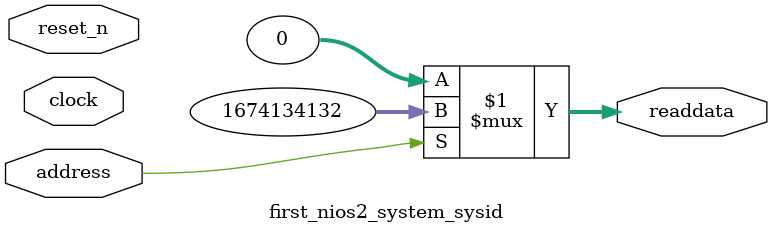
<source format=v>



// synthesis translate_off
`timescale 1ns / 1ps
// synthesis translate_on

// turn off superfluous verilog processor warnings 
// altera message_level Level1 
// altera message_off 10034 10035 10036 10037 10230 10240 10030 

module first_nios2_system_sysid (
               // inputs:
                address,
                clock,
                reset_n,

               // outputs:
                readdata
             )
;

  output  [ 31: 0] readdata;
  input            address;
  input            clock;
  input            reset_n;

  wire    [ 31: 0] readdata;
  //control_slave, which is an e_avalon_slave
  assign readdata = address ? 1674134132 : 0;

endmodule



</source>
